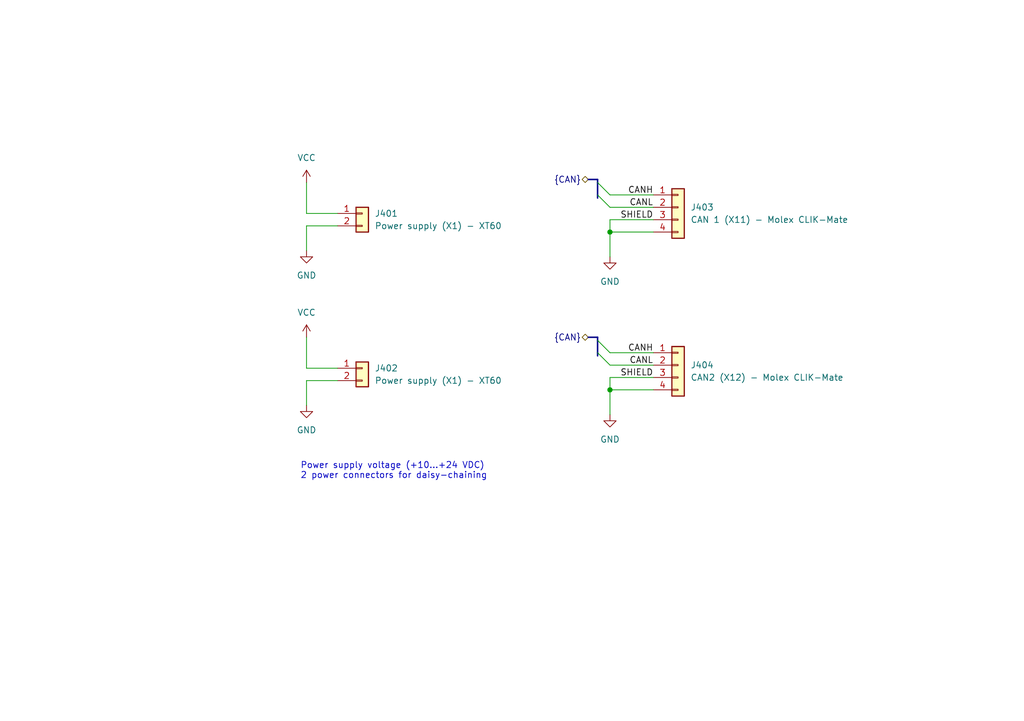
<source format=kicad_sch>
(kicad_sch (version 20211123) (generator eeschema)
  (paper "A5")
  (title_block (title "Power and CAN connectors") (date "2023-03-11") (company "EPFL Xplore") (comment 2 "Vincent Nguyen"))
  (lib_symbols
    (symbol "Connector_Generic:Conn_01x02" (pin_names (offset 1.016) hide)
      (property "Reference" "J" (at 0 2.54 0))
      (property "Value" "Conn_01x02" (at 0 -5.08 0))
      (symbol "Conn_01x02_1_1"
        (rectangle (start -1.27 -2.413) (end 0 -2.667) (stroke (width 0.1524)))
        (rectangle (start -1.27 0.127) (end 0 -0.127) (stroke (width 0.1524)))
        (rectangle (start -1.27 1.27) (end 1.27 -3.81) (stroke (width 0.254)) (fill (type background)))
        (pin passive line (at -5.08 0 0) (length 3.81) (name "Pin_1") (number "1"))
        (pin passive line (at -5.08 -2.54 0) (length 3.81) (name "Pin_2") (number "2"))
      )
    )
    (symbol "Connector_Generic:Conn_01x04" (pin_names (offset 1.016) hide)
      (property "Reference" "J" (at 0 5.08 0))
      (property "Value" "Conn_01x04" (at 0 -7.62 0))
      (symbol "Conn_01x04_1_1"
        (rectangle (start -1.27 -4.953) (end 0 -5.207) (stroke (width 0.1524)))
        (rectangle (start -1.27 -2.413) (end 0 -2.667) (stroke (width 0.1524)))
        (rectangle (start -1.27 0.127) (end 0 -0.127) (stroke (width 0.1524)))
        (rectangle (start -1.27 2.667) (end 0 2.413) (stroke (width 0.1524)))
        (rectangle (start -1.27 3.81) (end 1.27 -6.35) (stroke (width 0.254)) (fill (type background)))
        (pin passive line (at -5.08 2.54 0) (length 3.81) (name "Pin_1") (number "1"))
        (pin passive line (at -5.08 0 0) (length 3.81) (name "Pin_2") (number "2"))
        (pin passive line (at -5.08 -2.54 0) (length 3.81) (name "Pin_3") (number "3"))
        (pin passive line (at -5.08 -5.08 0) (length 3.81) (name "Pin_4") (number "4"))
      )
    )
    (symbol "power:GND" (power) (pin_names (offset 0))
      (property "Value" "GND" (at 0 -3.81 0))
      (symbol "GND_0_1"
        (polyline (pts (xy 0 0) (xy 0 -1.27) (xy 1.27 -1.27) (xy 0 -2.54) (xy -1.27 -1.27) (xy 0 -1.27)))
      )
      (symbol "GND_1_1"
        (pin power_in line (at 0 0 270) (length 0) hide (name "GND") (number "1"))
      )
    )
    (symbol "power:VCC" (power) (pin_names (offset 0))
      (property "Value" "VCC" (at 0 3.81 0))
      (symbol "VCC_0_1"
        (polyline (pts (xy -0.762 1.27) (xy 0 2.54)))
        (polyline (pts (xy 0 0) (xy 0 2.54)))
        (polyline (pts (xy 0 2.54) (xy 0.762 1.27)))
      )
      (symbol "VCC_1_1"
        (pin power_in line (at 0 0 90) (length 0) hide (name "VCC") (number "1"))
      )
    )
  )
  (junction (at 125.095 47.625))
  (junction (at 125.095 80.01))
  (bus_entry (at 122.555 72.39) (size 2.54 2.54))
  (bus_entry (at 122.555 37.465) (size 2.54 2.54))
  (bus_entry (at 122.555 40.005) (size 2.54 2.54))
  (bus_entry (at 122.555 69.85) (size 2.54 2.54))
  (wire (pts (xy 62.865 69.215) (xy 62.865 75.565)))
  (wire (pts (xy 125.095 45.085) (xy 125.095 47.625)))
  (bus (pts (xy 120.65 36.83) (xy 122.555 36.83)))
  (bus (pts (xy 122.555 40.64) (xy 122.555 40.005)))
  (wire (pts (xy 62.865 51.435) (xy 62.865 46.355)))
  (wire (pts (xy 133.985 77.47) (xy 125.095 77.47)))
  (wire (pts (xy 125.095 80.01) (xy 133.985 80.01)))
  (wire (pts (xy 125.095 77.47) (xy 125.095 80.01)))
  (wire (pts (xy 125.095 52.705) (xy 125.095 47.625)))
  (wire (pts (xy 62.865 75.565) (xy 69.215 75.565)))
  (bus (pts (xy 122.555 73.025) (xy 122.555 72.39)))
  (bus (pts (xy 122.555 69.85) (xy 122.555 69.215)))
  (wire (pts (xy 125.095 74.93) (xy 133.985 74.93)))
  (wire (pts (xy 125.095 85.09) (xy 125.095 80.01)))
  (wire (pts (xy 62.865 78.105) (xy 69.215 78.105)))
  (wire (pts (xy 125.095 47.625) (xy 133.985 47.625)))
  (bus (pts (xy 120.65 69.215) (xy 122.555 69.215)))
  (bus (pts (xy 122.555 37.465) (xy 122.555 36.83)))
  (bus (pts (xy 122.555 72.39) (xy 122.555 69.85)))
  (wire (pts (xy 62.865 83.185) (xy 62.865 78.105)))
  (wire (pts (xy 133.985 45.085) (xy 125.095 45.085)))
  (wire (pts (xy 125.095 40.005) (xy 133.985 40.005)))
  (wire (pts (xy 62.865 43.815) (xy 69.215 43.815)))
  (wire (pts (xy 125.095 72.39) (xy 133.985 72.39)))
  (wire (pts (xy 125.095 42.545) (xy 133.985 42.545)))
  (wire (pts (xy 62.865 37.465) (xy 62.865 43.815)))
  (bus (pts (xy 122.555 40.005) (xy 122.555 37.465)))
  (wire (pts (xy 62.865 46.355) (xy 69.215 46.355)))
  (text "Power supply voltage (+10…+24 VDC)\n2 power connectors for daisy-chaining" (at 61.595 98.425 0) (effects (font (size 1.27 1.27)) (justify left bottom)))
  (label "CANL" (at 133.985 74.93 180))
  (label "SHIELD" (at 133.985 45.085 180))
  (label "SHIELD" (at 133.985 77.47 180))
  (label "CANH" (at 133.985 40.005 180))
  (label "CANL" (at 133.985 42.545 180))
  (label "CANH" (at 133.985 72.39 180))
  (hierarchical_label "{CAN}" (shape bidirectional) (at 120.65 36.83 180))
  (hierarchical_label "{CAN}" (shape bidirectional) (at 120.65 69.215 180))
  (symbol (lib_id "power:GND") (at 125.095 52.705 0) (unit 1)
    (property "Reference" "#PWR0405" (effects hide))
    (property "Value" "GND" (at 125.095 57.785 0))
  )
  (symbol (lib_id "power:GND") (at 62.865 51.435 0) (unit 1)
    (property "Reference" "#PWR0402" (effects hide))
    (property "Value" "GND" (at 62.865 56.515 0))
  )
  (symbol (lib_id "power:GND") (at 62.865 83.185 0) (unit 1)
    (property "Reference" "#PWR0404" (effects hide))
    (property "Value" "GND" (at 62.865 88.265 0))
  )
  (symbol (lib_id "power:VCC") (at 62.865 37.465 0) (unit 1)
    (property "Reference" "#PWR0401" (effects hide))
    (property "Value" "VCC" (at 62.865 32.385 0))
  )
  (symbol (lib_id "power:VCC") (at 62.865 69.215 0) (unit 1)
    (property "Reference" "#PWR0403" (effects hide))
    (property "Value" "VCC" (at 62.865 64.135 0))
  )
  (symbol (lib_id "Connector_Generic:Conn_01x04") (at 139.065 42.545 0) (unit 1)
    (property "Reference" "J403" (at 141.605 42.5449 0) (effects (justify left)))
    (property "Value" "CAN 1 (X11) - Molex CLIK-Mate" (at 141.605 45.0849 0) (effects (justify left)))
    (property "Footprint" "0_connectors:MOLEX_5025840460" (effects hide))
  )
  (symbol (lib_id "Connector_Generic:Conn_01x02") (at 74.295 75.565 0) (unit 1)
    (property "Reference" "J402" (at 76.835 75.5649 0) (effects (justify left)))
    (property "Value" "Power supply (X1) - XT60" (at 76.835 78.1049 0) (effects (justify left)))
    (property "Footprint" "Connector_AMASS:AMASS_XT60-M_1x02_P7.20mm_Vertical" (effects hide))
  )
  (symbol (lib_id "Connector_Generic:Conn_01x04") (at 139.065 74.93 0) (unit 1)
    (property "Reference" "J404" (at 141.605 74.9299 0) (effects (justify left)))
    (property "Value" "CAN2 (X12) - Molex CLIK-Mate" (at 141.605 77.4699 0) (effects (justify left)))
    (property "Footprint" "0_connectors:MOLEX_5025840460" (effects hide))
  )
  (symbol (lib_id "Connector_Generic:Conn_01x02") (at 74.295 43.815 0) (unit 1)
    (property "Reference" "J401" (at 76.835 43.8149 0) (effects (justify left)))
    (property "Value" "Power supply (X1) - XT60" (at 76.835 46.3549 0) (effects (justify left)))
    (property "Footprint" "Connector_AMASS:AMASS_XT60-M_1x02_P7.20mm_Vertical" (effects hide))
  )
  (symbol (lib_id "power:GND") (at 125.095 85.09 0) (unit 1)
    (property "Reference" "#PWR0406" (effects hide))
    (property "Value" "GND" (at 125.095 90.17 0))
  )
)
</source>
